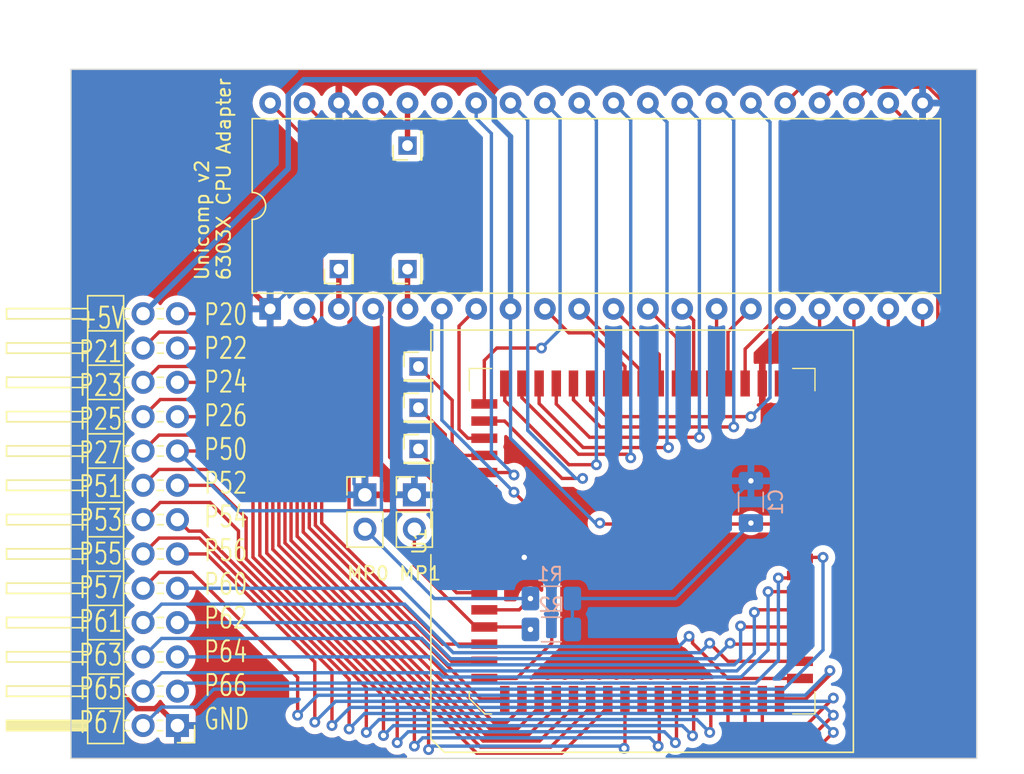
<source format=kicad_pcb>
(kicad_pcb (version 20240108) (generator "pcbnew") (generator_version "8.0")
  (layers (0 "F.Cu" signal) (31 "B.Cu" signal) (34 "B.Paste" user) (35 "F.Paste" user) (36 "B.SilkS" user "B.Silkscreen") (37 "F.SilkS" user "F.Silkscreen") (38 "B.Mask" user) (39 "F.Mask" user) (44 "Edge.Cuts" user))
  (net 0 "")
  (net 1 "+5V")
  (net 2 "GND")
  (net 3 "/P20")
  (net 4 "/P21")
  (net 5 "/P22")
  (net 6 "/~{NMI}")
  (net 7 "/~{IRQ1}")
  (net 8 "/~{RST}")
  (net 9 "/P23")
  (net 10 "/P24")
  (net 11 "/A15")
  (net 12 "/A14")
  (net 13 "/A13")
  (net 14 "/A12")
  (net 15 "/A11")
  (net 16 "/A10")
  (net 17 "/A9")
  (net 18 "/A8")
  (net 19 "/D7")
  (net 20 "/D6")
  (net 21 "/D5")
  (net 22 "/D4")
  (net 23 "/D3")
  (net 24 "/D2")
  (net 25 "/D1")
  (net 26 "/D0")
  (net 27 "/R{slash}~{W}")
  (net 28 "Net-(J6-Pin_1)")
  (net 29 "/A0")
  (net 30 "/A1")
  (net 31 "/A2")
  (net 32 "/A3")
  (net 33 "/A4")
  (net 34 "/A5")
  (net 35 "/A6")
  (net 36 "/A7")
  (net 37 "/PHI2")
  (net 38 "/CPUCLK")
  (net 39 "+5C")
  (net 40 "/MP0")
  (net 41 "/MP1")
  (net 43 "Net-(J3-Pin_1)")
  (net 44 "Net-(J4-Pin_1)")
  (net 45 "/~{HALT}")
  (net 48 "/BA")
  (net 49 "/P25")
  (net 50 "/P26")
  (net 51 "/P27")
  (net 54 "/P51")
  (net 55 "/P52")
  (net 56 "/P53")
  (net 57 "/P54")
  (net 58 "/P55")
  (net 59 "/P56")
  (net 60 "/P57")
  (net 61 "/P60")
  (net 62 "/P61")
  (net 63 "/P62")
  (net 64 "/P63")
  (net 65 "/P64")
  (net 66 "/P65")
  (net 67 "/P66")
  (net 68 "/P67")
  (net 69 "/~{LIR}")
  (net 70 "/~{WR}")
  (net 71 "/~{RD}")
  (footprint "Connector_PinHeader_2.54mm:PinHeader_1x02_P2.54mm_Vertical" (layer "F.Cu") (at 180.7464 66.4922)
    (property "Reference" "JP1" (hide yes))
    (property "Value" "Mode" (hide yes))
  )
  (footprint "Connector_PinHeader_2.00mm:PinHeader_1x01_P2.00mm_Vertical" (layer "F.Cu") (at 183.896 40.64 90)
    (property "Reference" "J4" (hide yes))
    (property "Value" ".")
  )
  (footprint "Package_DIP:DIP-40_W15.24mm" (layer "F.Cu") (at 173.736 52.7304 90)
    (property "Reference" "U3" (hide yes))
    (property "Value" "MC6802")
  )
  (footprint "Connector_PinHeader_2.54mm:PinHeader_2x13_P2.54mm_Horizontal" (layer "F.Cu") (at 166.878 83.566 180)
    (property "Reference" "J1" (hide yes))
    (property "Value" "Conn_02x13_Odd_Even" (hide yes))
  )
  (footprint "Connector_PinHeader_2.54mm:PinHeader_1x02_P2.54mm_Vertical" (layer "F.Cu") (at 184.404 66.4922)
    (property "Reference" "JP2" (hide yes))
    (property "Value" "Mode" (hide yes))
  )
  (footprint "Package_LCC:PLCC-68_SMD-Socket" (layer "F.Cu") (at 201.25 69.9225 90)
    (property "Reference" "U1")
    (property "Value" "HD6303XCP" (hide yes))
  )
  (footprint "Connector_PinHeader_2.00mm:PinHeader_1x01_P2.00mm_Vertical" (layer "F.Cu") (at 184.7088 56.9976)
    (property "Reference" "J7" (hide yes))
    (property "Value" ".")
  )
  (footprint "Connector_PinHeader_2.00mm:PinHeader_1x01_P2.00mm_Vertical" (layer "F.Cu") (at 183.896 49.784 90)
    (property "Reference" "J6" (hide yes))
    (property "Value" ".")
  )
  (footprint "Connector_PinHeader_2.00mm:PinHeader_1x01_P2.00mm_Vertical" (layer "F.Cu") (at 184.7088 60.0456)
    (property "Reference" "J9" (hide yes))
    (property "Value" ".")
  )
  (footprint "Connector_PinHeader_2.00mm:PinHeader_1x01_P2.00mm_Vertical" (layer "F.Cu") (at 184.7088 63.0936)
    (property "Reference" "J8" (hide yes))
    (property "Value" ".")
  )
  (footprint "Connector_PinHeader_2.00mm:PinHeader_1x01_P2.00mm_Vertical" (layer "F.Cu") (at 178.816 49.784 90)
    (property "Reference" "J3" (hide yes))
    (property "Value" ".")
  )
  (footprint "Capacitor_SMD:C_1206_3216Metric_Pad1.33x1.80mm_HandSolder" (layer "B.Cu") (at 209.296004 67.017495 90)
    (property "Reference" "C1")
    (property "Value" "100n")
  )
  (footprint "Resistor_SMD:R_1206_3216Metric_Pad1.30x1.75mm_HandSolder" (layer "B.Cu") (at 194.538 74.168 180)
    (property "Reference" "R1")
    (property "Value" "22k")
  )
  (footprint "Resistor_SMD:R_1206_3216Metric_Pad1.30x1.75mm_HandSolder" (layer "B.Cu") (at 194.538 76.454 180)
    (property "Reference" "R2")
    (property "Value" "22k")
  )
  (gr_rect (start 159 35) (end 226 86) (stroke (width 0.1)) (fill none) (layer "Edge.Cuts"))
  (gr_text "MP0 MP1\n" (at 179.324 72.898 0) (layer "F.SilkS") (effects (font (size 1 1)) (justify left bottom)))
  (gr_text "+5V\nP21\nP23\nP25\nP27\nP51\nP53\nP55\nP57\nP61\nP63\nP65\nP67" (at 159.5 84.25 0) (layer "F.SilkS") (effects (font (size 1.55 1.1)) (justify left bottom)))
  (gr_text "Unicomp v2\n6303X CPU Adapter" (at 170.8912 50.6984 90) (layer "F.SilkS") (effects (font (size 1 1)) (justify left bottom)))
  (gr_text "P20\nP22\nP24\nP26\nP50\nP52\nP54\nP56\nP60\nP62\nP64\nP66\nGND\n" (at 168.75 84 0) (layer "F.SilkS") (effects (font (size 1.55 1.1)) (justify left bottom)))
  (segment (start 198.1925 68.6525) (end 198.12 68.58) (width 0.25) (layer "F.Cu") (net 1))
  (segment (start 212.9225 68.6525) (end 198.1925 68.6525) (width 0.25) (layer "F.Cu") (net 1))
  (via (at 198.12 68.58) (size 0.8) (drill 0.4) (layers "F.Cu" "B.Cu") (net 1))
  (via (at 209.295995 68.580004) (size 0.8) (drill 0.4) (layers "F.Cu" "B.Cu") (net 1))
  (segment (start 190.316 38.7796) (end 191.516 39.9796) (width 0.4) (layer "B.Cu") (net 1))
  (segment (start 203.707999 74.168) (end 209.295995 68.580004) (width 0.25) (layer "B.Cu") (net 1))
  (segment (start 176.2252 35.7632) (end 188.945857 35.7632) (width 0.4) (layer "B.Cu") (net 1))
  (segment (start 164.338 53.086) (end 175.076 42.348) (width 0.4) (layer "B.Cu") (net 1))
  (segment (start 191.516 62.310016) (end 197.785984 68.58) (width 0.25) (layer "B.Cu") (net 1))
  (segment (start 190.316 37.133343) (end 190.316 38.7796) (width 0.4) (layer "B.Cu") (net 1))
  (segment (start 175.076 42.348) (end 175.076 36.9124) (width 0.4) (layer "B.Cu") (net 1))
  (segment (start 209.296004 68.579995) (end 209.295995 68.580004) (width 0.25) (layer "B.Cu") (net 1))
  (segment (start 175.076 36.9124) (end 176.2252 35.7632) (width 0.4) (layer "B.Cu") (net 1))
  (segment (start 188.945857 35.7632) (end 190.316 37.133343) (width 0.4) (layer "B.Cu") (net 1))
  (segment (start 196.088 76.454) (end 196.088 74.168) (width 0.25) (layer "B.Cu") (net 1))
  (segment (start 197.785984 68.58) (end 198.12 68.58) (width 0.25) (layer "B.Cu") (net 1))
  (segment (start 191.516 52.7304) (end 191.516 62.310016) (width 0.25) (layer "B.Cu") (net 1))
  (segment (start 196.088 74.168) (end 203.707999 74.168) (width 0.25) (layer "B.Cu") (net 1))
  (segment (start 191.516 39.9796) (end 191.516 52.7304) (width 0.4) (layer "B.Cu") (net 1))
  (segment (start 188.0325 71.1925) (end 186.69 69.85) (width 0.25) (layer "F.Cu") (net 2))
  (segment (start 186.69 67.31) (end 185.8722 66.4922) (width 0.25) (layer "F.Cu") (net 2))
  (segment (start 210.14 65.196) (end 209.881005 65.454995) (width 0.25) (layer "F.Cu") (net 2))
  (segment (start 163.860233 82.316) (end 165.628 82.316) (width 0.4) (layer "F.Cu") (net 2))
  (segment (start 186.69 69.85) (end 186.69 67.31) (width 0.25) (layer "F.Cu") (net 2))
  (segment (start 210.14 58.25) (end 210.14 65.196) (width 0.25) (layer "F.Cu") (net 2))
  (segment (start 165.628 82.316) (end 166.878 83.566) (width 0.4) (layer "F.Cu") (net 2))
  (segment (start 180.7464 66.4922) (end 184.404 66.4922) (width 0.25) (layer "F.Cu") (net 2))
  (segment (start 163.576 51.054) (end 162.306 52.324) (width 0.4) (layer "F.Cu") (net 2))
  (segment (start 185.8722 66.4922) (end 184.404 66.4922) (width 0.25) (layer "F.Cu") (net 2))
  (segment (start 192.4595 71.1925) (end 192.532 71.12) (width 0.25) (layer "F.Cu") (net 2))
  (segment (start 162.306 52.324) (end 162.306 80.761767) (width 0.4) (layer "F.Cu") (net 2))
  (segment (start 162.306 80.761767) (end 163.860233 82.316) (width 0.4) (layer "F.Cu") (net 2))
  (segment (start 172.0596 51.054) (end 163.576 51.054) (width 0.4) (layer "F.Cu") (net 2))
  (segment (start 173.736 52.7304) (end 172.0596 51.054) (width 0.4) (layer "F.Cu") (net 2))
  (segment (start 189.5775 71.1925) (end 188.0325 71.1925) (width 0.25) (layer "F.Cu") (net 2))
  (segment (start 209.881005 65.454995) (end 209.296004 65.454995) (width 0.25) (layer "F.Cu") (net 2))
  (segment (start 189.5775 71.1925) (end 192.4595 71.1925) (width 0.25) (layer "F.Cu") (net 2))
  (via (at 209.296004 65.454995) (size 0.8) (drill 0.4) (layers "F.Cu" "B.Cu") (net 2))
  (via (at 192.532 71.12) (size 0.8) (drill 0.4) (layers "F.Cu" "B.Cu") (net 2))
  (segment (start 179.941 65.6868) (end 180.7464 66.4922) (width 0.25) (layer "B.Cu") (net 2))
  (segment (start 179.941 38.6154) (end 179.941 65.6868) (width 0.25) (layer "B.Cu") (net 2))
  (segment (start 178.816 47.6504) (end 173.736 52.7304) (width 0.25) (layer "B.Cu") (net 2))
  (segment (start 178.816 37.4904) (end 179.941 38.6154) (width 0.25) (layer "B.Cu") (net 2))
  (segment (start 178.816 37.4904) (end 178.816 47.6504) (width 0.25) (layer "B.Cu") (net 2))
  (segment (start 192.532 71.12) (end 203.630999 71.12) (width 0.25) (layer "B.Cu") (net 2))
  (segment (start 203.630999 71.12) (end 209.296004 65.454995) (width 0.25) (layer "B.Cu") (net 2))
  (segment (start 166.878 53.086) (end 171.324396 53.086) (width 0.25) (layer "F.Cu") (net 3))
  (segment (start 176.632 68.936) (end 189.291 81.595) (width 0.25) (layer "F.Cu") (net 3))
  (segment (start 171.324396 53.086) (end 176.632 58.393604) (width 0.25) (layer "F.Cu") (net 3))
  (segment (start 189.291 81.595) (end 191.09 81.595) (width 0.25) (layer "F.Cu") (net 3))
  (segment (start 176.632 58.393604) (end 176.632 68.936) (width 0.25) (layer "F.Cu") (net 3))
  (segment (start 165.513 54.451) (end 172.053 54.451) (width 0.25) (layer "F.Cu") (net 4))
  (segment (start 176.182 58.58) (end 176.182 69.248) (width 0.25) (layer "F.Cu") (net 4))
  (segment (start 176.182 69.248) (end 190.296 83.362) (width 0.25) (layer "F.Cu") (net 4))
  (segment (start 172.053 54.451) (end 176.182 58.58) (width 0.25) (layer "F.Cu") (net 4))
  (segment (start 191.2055 83.362) (end 192.36 82.2075) (width 0.25) (layer "F.Cu") (net 4))
  (segment (start 192.36 82.2075) (end 192.36 81.595) (width 0.25) (layer "F.Cu") (net 4))
  (segment (start 164.338 55.626) (end 165.513 54.451) (width 0.25) (layer "F.Cu") (net 4))
  (segment (start 190.296 83.362) (end 191.2055 83.362) (width 0.25) (layer "F.Cu") (net 4))
  (segment (start 175.732 59.779604) (end 175.732 69.56) (width 0.25) (layer "F.Cu") (net 5))
  (segment (start 171.578396 55.626) (end 175.732 59.779604) (width 0.25) (layer "F.Cu") (net 5))
  (segment (start 166.878 55.626) (end 171.578396 55.626) (width 0.25) (layer "F.Cu") (net 5))
  (segment (start 175.732 69.56) (end 189.984 83.812) (width 0.25) (layer "F.Cu") (net 5))
  (segment (start 192.0255 83.812) (end 193.63 82.2075) (width 0.25) (layer "F.Cu") (net 5))
  (segment (start 193.63 82.2075) (end 193.63 81.595) (width 0.25) (layer "F.Cu") (net 5))
  (segment (start 189.984 83.812) (end 192.0255 83.812) (width 0.25) (layer "F.Cu") (net 5))
  (segment (start 189.5775 80.0825) (end 191.9515 80.0825) (width 0.25) (layer "F.Cu") (net 6))
  (segment (start 194.564 69.088004) (end 191.769996 66.294) (width 0.25) (layer "F.Cu") (net 6))
  (segment (start 194.564 77.47) (end 194.564 69.088004) (width 0.25) (layer "F.Cu") (net 6))
  (segment (start 191.9515 80.0825) (end 194.564 77.47) (width 0.25) (layer "F.Cu") (net 6))
  (via (at 191.769996 66.294) (size 0.8) (drill 0.4) (layers "F.Cu" "B.Cu") (net 6))
  (segment (start 186.436 60.960004) (end 191.769996 66.294) (width 0.25) (layer "B.Cu") (net 6))
  (segment (start 186.436 52.7304) (end 186.436 60.960004) (width 0.25) (layer "B.Cu") (net 6))
  (segment (start 172.974 70.983228) (end 184.404 82.413228) (width 0.25) (layer "F.Cu") (net 7))
  (segment (start 172.466 63.246) (end 172.974 63.754) (width 0.25) (layer "F.Cu") (net 7))
  (segment (start 184.404 82.413228) (end 184.404 85.09) (width 0.25) (layer "F.Cu") (net 7))
  (segment (start 202.438 85.09) (end 202.52 85.008) (width 0.25) (layer "F.Cu") (net 7))
  (segment (start 202.52 85.008) (end 202.52 81.595) (width 0.25) (layer "F.Cu") (net 7))
  (segment (start 166.878 63.246) (end 172.466 63.246) (width 0.25) (layer "F.Cu") (net 7))
  (segment (start 172.974 63.754) (end 172.974 70.983228) (width 0.25) (layer "F.Cu") (net 7))
  (via (at 184.404 85.09) (size 0.8) (drill 0.4) (layers "F.Cu" "B.Cu") (net 7))
  (via (at 202.438 85.09) (size 0.8) (drill 0.4) (layers "F.Cu" "B.Cu") (net 7))
  (segment (start 201.822 84.474) (end 185.02 84.474) (width 0.25) (layer "B.Cu") (net 7))
  (segment (start 171.2992 67.6672) (end 181.9214 67.6672) (width 0.25) (layer "B.Cu") (net 7))
  (segment (start 166.878 63.246) (end 171.2992 67.6672) (width 0.25) (layer "B.Cu") (net 7))
  (segment (start 181.9214 67.6672) (end 181.9656 67.623) (width 0.25) (layer "B.Cu") (net 7))
  (segment (start 181.9656 67.623) (end 181.9656 53.34) (width 0.25) (layer "B.Cu") (net 7))
  (segment (start 181.9656 53.34) (end 181.356 52.7304) (width 0.25) (layer "B.Cu") (net 7))
  (segment (start 202.438 85.09) (end 201.822 84.474) (width 0.25) (layer "B.Cu") (net 7))
  (segment (start 185.02 84.474) (end 184.404 85.09) (width 0.25) (layer "B.Cu") (net 7))
  (segment (start 189.5775 77.5425) (end 186.511292 77.5425) (width 0.25) (layer "F.Cu") (net 8))
  (segment (start 186.511292 77.5425) (end 177.546 68.577208) (width 0.25) (layer "F.Cu") (net 8))
  (segment (start 177.546 68.577208) (end 177.546 41.3004) (width 0.25) (layer "F.Cu") (net 8))
  (segment (start 177.546 41.3004) (end 173.736 37.4904) (width 0.25) (layer "F.Cu") (net 8))
  (segment (start 194.9 82.2075) (end 194.9 81.595) (width 0.25) (layer "F.Cu") (net 9))
  (segment (start 164.338 58.166) (end 165.513 56.991) (width 0.25) (layer "F.Cu") (net 9))
  (segment (start 175.282 59.966) (end 175.282 69.869208) (width 0.25) (layer "F.Cu") (net 9))
  (segment (start 172.307 56.991) (end 175.282 59.966) (width 0.25) (layer "F.Cu") (net 9))
  (segment (start 192.8455 84.262) (end 194.9 82.2075) (width 0.25) (layer "F.Cu") (net 9))
  (segment (start 165.513 56.991) (end 172.307 56.991) (width 0.25) (layer "F.Cu") (net 9))
  (segment (start 175.282 69.869208) (end 189.674792 84.262) (width 0.25) (layer "F.Cu") (net 9))
  (segment (start 189.674792 84.262) (end 192.8455 84.262) (width 0.25) (layer "F.Cu") (net 9))
  (segment (start 166.878 58.166) (end 171.832396 58.166) (width 0.25) (layer "F.Cu") (net 10))
  (segment (start 196.17 82.2075) (end 196.17 81.595) (width 0.25) (layer "F.Cu") (net 10))
  (segment (start 189.488396 84.712) (end 193.6655 84.712) (width 0.25) (layer "F.Cu") (net 10))
  (segment (start 171.832396 58.166) (end 174.832 61.165604) (width 0.25) (layer "F.Cu") (net 10))
  (segment (start 174.832 61.165604) (end 174.832 70.055604) (width 0.25) (layer "F.Cu") (net 10))
  (segment (start 174.832 70.055604) (end 189.488396 84.712) (width 0.25) (layer "F.Cu") (net 10))
  (segment (start 193.6655 84.712) (end 196.17 82.2075) (width 0.25) (layer "F.Cu") (net 10))
  (segment (start 213.9188 35.4076) (end 211.836 37.4904) (width 0.25) (layer "F.Cu") (net 11))
  (segment (start 212.9225 67.3825) (end 214.1175 67.3825) (width 0.25) (layer "F.Cu") (net 11))
  (segment (start 224.1296 35.4076) (end 213.9188 35.4076) (width 0.25) (layer "F.Cu") (net 11))
  (segment (start 225.044 36.322) (end 224.1296 35.4076) (width 0.25) (layer "F.Cu") (net 11))
  (segment (start 225.044 56.456) (end 225.044 36.322) (width 0.25) (layer "F.Cu") (net 11))
  (segment (start 214.1175 67.3825) (end 225.044 56.456) (width 0.25) (layer "F.Cu") (net 11))
  (segment (start 224.536 37.084) (end 224.536 55.7115) (width 0.25) (layer "F.Cu") (net 12))
  (segment (start 216.0088 35.8576) (end 223.3096 35.8576) (width 0.25) (layer "F.Cu") (net 12))
  (segment (start 224.536 55.7115) (end 214.135 66.1125) (width 0.25) (layer "F.Cu") (net 12))
  (segment (start 214.135 66.1125) (end 212.9225 66.1125) (width 0.25) (layer "F.Cu") (net 12))
  (segment (start 214.376 37.4904) (end 216.0088 35.8576) (width 0.25) (layer "F.Cu") (net 12))
  (segment (start 223.3096 35.8576) (end 224.536 37.084) (width 0.25) (layer "F.Cu") (net 12))
  (segment (start 224.086 55.164) (end 214.4075 64.8425) (width 0.25) (layer "F.Cu") (net 13))
  (segment (start 224.086 37.989409) (end 224.086 55.164) (width 0.25) (layer "F.Cu") (net 13))
  (segment (start 218.0844 36.322) (end 222.418591 36.322) (width 0.25) (layer "F.Cu") (net 13))
  (segment (start 216.916 37.4904) (end 218.0844 36.322) (width 0.25) (layer "F.Cu") (net 13))
  (segment (start 222.418591 36.322) (end 224.086 37.989409) (width 0.25) (layer "F.Cu") (net 13))
  (segment (start 214.4075 64.8425) (end 212.9225 64.8425) (width 0.25) (layer "F.Cu") (net 13))
  (segment (start 223.121 41.1554) (end 219.456 37.4904) (width 0.25) (layer "F.Cu") (net 14))
  (segment (start 214.6775 63.5725) (end 223.121 55.129) (width 0.25) (layer "F.Cu") (net 14))
  (segment (start 223.121 55.129) (end 223.121 41.1554) (width 0.25) (layer "F.Cu") (net 14))
  (segment (start 212.9225 63.5725) (end 214.6775 63.5725) (width 0.25) (layer "F.Cu") (net 14))
  (segment (start 221.996 54.864) (end 214.5575 62.3025) (width 0.25) (layer "F.Cu") (net 15))
  (segment (start 221.996 52.7304) (end 221.996 54.864) (width 0.25) (layer "F.Cu") (net 15))
  (segment (start 214.5575 62.3025) (end 212.9225 62.3025) (width 0.25) (layer "F.Cu") (net 15))
  (segment (start 212.9225 61.0325) (end 214.8115 61.0325) (width 0.25) (layer "F.Cu") (net 16))
  (segment (start 219.456 56.388) (end 219.456 52.7304) (width 0.25) (layer "F.Cu") (net 16))
  (segment (start 214.8115 61.0325) (end 219.456 56.388) (width 0.25) (layer "F.Cu") (net 16))
  (segment (start 214.0495 59.7625) (end 216.916 56.896) (width 0.25) (layer "F.Cu") (net 17))
  (segment (start 212.9225 59.7625) (end 214.0495 59.7625) (width 0.25) (layer "F.Cu") (net 17))
  (segment (start 216.916 56.896) (end 216.916 52.7304) (width 0.25) (layer "F.Cu") (net 17))
  (segment (start 214.376 52.7304) (end 214.376 55.284) (width 0.25) (layer "F.Cu") (net 18))
  (segment (start 214.376 55.284) (end 211.41 58.25) (width 0.25) (layer "F.Cu") (net 18))
  (segment (start 197.44 58.25) (end 197.44 59.518) (width 0.25) (layer "F.Cu") (net 19))
  (segment (start 197.44 59.518) (end 198.628 60.706) (width 0.25) (layer "F.Cu") (net 19))
  (segment (start 198.628 60.706) (end 209.296 60.706) (width 0.25) (layer "F.Cu") (net 19))
  (via (at 209.296 60.706) (size 0.8) (drill 0.4) (layers "F.Cu" "B.Cu") (net 19))
  (segment (start 210.711 38.9054) (end 209.296 37.4904) (width 0.25) (layer "B.Cu") (net 19))
  (segment (start 209.296 60.706) (end 210.711 59.291) (width 0.25) (layer "B.Cu") (net 19))
  (segment (start 210.711 59.291) (end 210.711 38.9054) (width 0.25) (layer "B.Cu") (net 19))
  (segment (start 196.17 59.4625) (end 198.1755 61.468) (width 0.25) (layer "F.Cu") (net 20))
  (segment (start 198.1755 61.468) (end 208.026 61.468) (width 0.25) (layer "F.Cu") (net 20))
  (segment (start 196.17 58.25) (end 196.17 59.4625) (width 0.25) (layer "F.Cu") (net 20))
  (via (at 208.026 61.468) (size 0.8) (drill 0.4) (layers "F.Cu" "B.Cu") (net 20))
  (segment (start 206.756 37.4904) (end 208.026 38.7604) (width 0.25) (layer "B.Cu") (net 20))
  (segment (start 208.026 38.7604) (end 208.026 61.468) (width 0.25) (layer "B.Cu") (net 20))
  (segment (start 194.9 59.772) (end 197.357996 62.229996) (width 0.25) (layer "F.Cu") (net 21))
  (segment (start 194.9 58.25) (end 194.9 59.772) (width 0.25) (layer "F.Cu") (net 21))
  (segment (start 197.357996 62.229996) (end 205.486 62.229996) (width 0.25) (layer "F.Cu") (net 21))
  (via (at 205.486 62.229996) (size 0.8) (drill 0.4) (layers "F.Cu" "B.Cu") (net 21))
  (segment (start 205.486 38.7604) (end 205.486 62.229996) (width 0.25) (layer "B.Cu") (net 21))
  (segment (start 204.216 37.4904) (end 205.486 38.7604) (width 0.25) (layer "B.Cu") (net 21))
  (segment (start 196.890941 62.992) (end 203.2 62.992) (width 0.25) (layer "F.Cu") (net 22))
  (segment (start 193.63 59.731059) (end 196.890941 62.992) (width 0.25) (layer "F.Cu") (net 22))
  (segment (start 193.63 58.25) (end 193.63 59.731059) (width 0.25) (layer "F.Cu") (net 22))
  (via (at 203.2 62.992) (size 0.8) (drill 0.4) (layers "F.Cu" "B.Cu") (net 22))
  (segment (start 203.2 62.992) (end 203.091 62.883) (width 0.25) (layer "B.Cu") (net 22))
  (segment (start 203.091 62.883) (end 203.091 38.9054) (width 0.25) (layer "B.Cu") (net 22))
  (segment (start 203.091 38.9054) (end 201.676 37.4904) (width 0.25) (layer "B.Cu") (net 22))
  (segment (start 200.138992 63.487) (end 200.406 63.754008) (width 0.25) (layer "F.Cu") (net 23))
  (segment (start 196.537412 63.487) (end 200.138992 63.487) (width 0.25) (layer "F.Cu") (net 23))
  (segment (start 192.36 59.309588) (end 196.537412 63.487) (width 0.25) (layer "F.Cu") (net 23))
  (segment (start 192.36 58.25) (end 192.36 59.309588) (width 0.25) (layer "F.Cu") (net 23))
  (via (at 200.406 63.754008) (size 0.8) (drill 0.4) (layers "F.Cu" "B.Cu") (net 23))
  (segment (start 200.406 38.7604) (end 200.406 63.754008) (width 0.25) (layer "B.Cu") (net 23))
  (segment (start 199.136 37.4904) (end 200.406 38.7604) (width 0.25) (layer "B.Cu") (net 23))
  (segment (start 191.09 59.518) (end 195.834 64.262) (width 0.25) (layer "F.Cu") (net 24))
  (segment (start 191.09 58.25) (end 191.09 59.518) (width 0.25) (layer "F.Cu") (net 24))
  (segment (start 195.834 64.262) (end 197.866008 64.262) (width 0.25) (layer "F.Cu") (net 24))
  (via (at 197.866008 64.262) (size 0.8) (drill 0.4) (layers "F.Cu" "B.Cu") (net 24))
  (segment (start 196.596 37.4904) (end 197.866008 38.760408) (width 0.25) (layer "B.Cu") (net 24))
  (segment (start 197.866008 38.760408) (end 197.866008 64.262) (width 0.25) (layer "B.Cu") (net 24))
  (segment (start 190.5 55.626) (end 189.5775 56.5485) (width 0.25) (layer "F.Cu") (net 25))
  (segment (start 193.802 55.626) (end 190.5 55.626) (width 0.25) (layer "F.Cu") (net 25))
  (segment (start 189.5775 56.5485) (end 189.5775 59.7625) (width 0.25) (layer "F.Cu") (net 25))
  (via (at 193.802 55.626) (size 0.8) (drill 0.4) (layers "F.Cu" "B.Cu") (net 25))
  (segment (start 194.056 37.4904) (end 195.181 38.6154) (width 0.25) (layer "B.Cu") (net 25))
  (segment (start 195.181 54.247) (end 193.802 55.626) (width 0.25) (layer "B.Cu") (net 25))
  (segment (start 195.181 38.6154) (end 195.181 54.247) (width 0.25) (layer "B.Cu") (net 25))
  (segment (start 191.0805 61.0325) (end 195.326 65.278) (width 0.25) (layer "F.Cu") (net 26))
  (segment (start 189.5775 61.0325) (end 191.0805 61.0325) (width 0.25) (layer "F.Cu") (net 26))
  (segment (start 195.326 65.278) (end 196.85 65.278) (width 0.25) (layer "F.Cu") (net 26))
  (via (at 196.85 65.278) (size 0.8) (drill 0.4) (layers "F.Cu" "B.Cu") (net 26))
  (segment (start 192.786 61.722) (end 196.342 65.278) (width 0.25) (layer "B.Cu") (net 26))
  (segment (start 192.786 38.7604) (end 192.786 61.722) (width 0.25) (layer "B.Cu") (net 26))
  (segment (start 191.516 37.4904) (end 192.786 38.7604) (width 0.25) (layer "B.Cu") (net 26))
  (segment (start 196.342 65.278) (end 196.85 65.278) (width 0.25) (layer "B.Cu") (net 26))
  (segment (start 189.5775 64.8425) (end 191.5885 64.8425) (width 0.25) (layer "F.Cu") (net 27))
  (segment (start 191.5885 64.8425) (end 191.77 65.024) (width 0.25) (layer "F.Cu") (net 27))
  (via (at 191.77 65.024) (size 0.8) (drill 0.4) (layers "F.Cu" "B.Cu") (net 27))
  (segment (start 188.976 38.62177) (end 190.101 39.74677) (width 0.25) (layer "B.Cu") (net 27))
  (segment (start 190.101 39.74677) (end 190.101 63.355) (width 0.25) (layer "B.Cu") (net 27))
  (segment (start 188.976 37.4904) (end 188.976 38.62177) (width 0.25) (layer "B.Cu") (net 27))
  (segment (start 190.101 63.355) (end 191.77 65.024) (width 0.25) (layer "B.Cu") (net 27))
  (segment (start 183.896 49.784) (end 183.896 52.7304) (width 0.4) (layer "F.Cu") (net 28))
  (segment (start 195.8256 54.5) (end 197.5 54.5) (width 0.25) (layer "F.Cu") (net 29))
  (segment (start 197.5 54.5) (end 199.98 56.98) (width 0.25) (layer "F.Cu") (net 29))
  (segment (start 194.056 52.7304) (end 195.8256 54.5) (width 0.25) (layer "F.Cu") (net 29))
  (segment (start 199.98 56.98) (end 199.98 58.25) (width 0.25) (layer "F.Cu") (net 29))
  (segment (start 196.596 52.7304) (end 201.25 57.3844) (width 0.25) (layer "F.Cu") (net 30))
  (segment (start 201.25 57.3844) (end 201.25 58.25) (width 0.25) (layer "F.Cu") (net 30))
  (segment (start 202.52 56.1144) (end 202.52 58.25) (width 0.25) (layer "F.Cu") (net 31))
  (segment (start 199.136 52.7304) (end 202.52 56.1144) (width 0.25) (layer "F.Cu") (net 31))
  (segment (start 203.79 54.8444) (end 203.79 58.25) (width 0.25) (layer "F.Cu") (net 32))
  (segment (start 201.676 52.7304) (end 203.79 54.8444) (width 0.25) (layer "F.Cu") (net 32))
  (segment (start 205.06 53.5744) (end 205.06 58.25) (width 0.25) (layer "F.Cu") (net 33))
  (segment (start 204.216 52.7304) (end 205.06 53.5744) (width 0.25) (layer "F.Cu") (net 33))
  (segment (start 206.756 54.994) (end 206.33 55.42) (width 0.25) (layer "F.Cu") (net 34))
  (segment (start 206.33 55.42) (end 206.33 58.25) (width 0.25) (layer "F.Cu") (net 34))
  (segment (start 206.756 52.7304) (end 206.756 54.994) (width 0.25) (layer "F.Cu") (net 34))
  (segment (start 209.296 52.7304) (end 207.6 54.4264) (width 0.25) (layer "F.Cu") (net 35))
  (segment (start 207.6 54.4264) (end 207.6 58.25) (width 0.25) (layer "F.Cu") (net 35))
  (segment (start 208.87 55.6964) (end 208.87 58.25) (width 0.25) (layer "F.Cu") (net 36))
  (segment (start 211.836 52.7304) (end 208.87 55.6964) (width 0.25) (layer "F.Cu") (net 36))
  (segment (start 189.5775 68.6525) (end 188.965 68.6525) (width 0.25) (layer "F.Cu") (net 37))
  (segment (start 185.0825 64.77) (end 183.642 64.77) (width 0.25) (layer "F.Cu") (net 37))
  (segment (start 182.5752 38.7096) (end 181.356 37.4904) (width 0.25) (layer "F.Cu") (net 37))
  (segment (start 182.5752 63.7032) (end 182.5752 38.7096) (width 0.25) (layer "F.Cu") (net 37))
  (segment (start 188.965 68.6525) (end 185.0825 64.77) (width 0.25) (layer "F.Cu") (net 37))
  (segment (start 183.642 64.77) (end 182.5752 63.7032) (width 0.25) (layer "F.Cu") (net 37))
  (segment (start 186.182 72.39) (end 187.5245 73.7325) (width 0.25) (layer "F.Cu") (net 38))
  (segment (start 179.9844 41.1988) (end 176.276 37.4904) (width 0.25) (layer "F.Cu") (net 38))
  (segment (start 186.182 68.2718) (end 186.182 72.39) (width 0.25) (layer "F.Cu") (net 38))
  (segment (start 185.5774 67.6672) (end 179.732 67.6672) (width 0.25) (layer "F.Cu") (net 38))
  (segment (start 179.5714 53.7022) (end 179.9844 53.2892) (width 0.25) (layer "F.Cu") (net 38))
  (segment (start 185.5774 67.6672) (end 186.182 68.2718) (width 0.25) (layer "F.Cu") (net 38))
  (segment (start 187.5245 73.7325) (end 189.5775 73.7325) (width 0.25) (layer "F.Cu") (net 38))
  (segment (start 179.5714 67.5066) (end 179.5714 53.7022) (width 0.25) (layer "F.Cu") (net 38))
  (segment (start 179.732 67.6672) (end 179.5714 67.5066) (width 0.25) (layer "F.Cu") (net 38))
  (segment (start 179.9844 53.2892) (end 179.9844 41.1988) (width 0.25) (layer "F.Cu") (net 38))
  (segment (start 189.5775 75.0025) (end 192.1535 75.0025) (width 0.25) (layer "F.Cu") (net 40))
  (segment (start 192.1535 75.0025) (end 192.988 74.168) (width 0.25) (layer "F.Cu") (net 40))
  (via (at 192.988 74.168) (size 0.8) (drill 0.4) (layers "F.Cu" "B.Cu") (net 40))
  (segment (start 180.7464 69.0322) (end 185.8822 74.168) (width 0.25) (layer "B.Cu") (net 40))
  (segment (start 185.8822 74.168) (end 192.988 74.168) (width 0.25) (layer "B.Cu") (net 40))
  (segment (start 189.5775 76.2725) (end 192.8065 76.2725) (width 0.25) (layer "F.Cu") (net 41))
  (segment (start 192.8065 76.2725) (end 192.988 76.454) (width 0.25) (layer "F.Cu") (net 41))
  (segment (start 189.5775 76.2725) (end 188.965 76.2725) (width 0.25) (layer "F.Cu") (net 41))
  (segment (start 188.965 76.2725) (end 184.404 71.7115) (width 0.25) (layer "F.Cu") (net 41))
  (segment (start 184.404 71.7115) (end 184.404 69.0322) (width 0.25) (layer "F.Cu") (net 41))
  (via (at 192.988 76.454) (size 0.8) (drill 0.4) (layers "F.Cu" "B.Cu") (net 41))
  (segment (start 178.816 49.784) (end 178.816 52.7304) (width 0.4) (layer "F.Cu") (net 43))
  (segment (start 183.896 37.4904) (end 183.896 40.64) (width 0.4) (layer "F.Cu") (net 44))
  (segment (start 177.082 68.749604) (end 177.082 53.5364) (width 0.25) (layer "F.Cu") (net 45))
  (segment (start 189.5775 78.8125) (end 187.144896 78.8125) (width 0.25) (layer "F.Cu") (net 45))
  (segment (start 177.082 53.5364) (end 176.276 52.7304) (width 0.25) (layer "F.Cu") (net 45))
  (segment (start 187.144896 78.8125) (end 177.082 68.749604) (width 0.25) (layer "F.Cu") (net 45))
  (segment (start 188.365 62.3025) (end 187.706 61.6435) (width 0.25) (layer "F.Cu") (net 48))
  (segment (start 189.5775 62.3025) (end 188.365 62.3025) (width 0.25) (layer "F.Cu") (net 48))
  (segment (start 187.706 61.6435) (end 187.706 54.0004) (width 0.25) (layer "F.Cu") (net 48))
  (segment (start 187.706 54.0004) (end 188.976 52.7304) (width 0.25) (layer "F.Cu") (net 48))
  (segment (start 197.44 82.2075) (end 197.44 81.595) (width 0.25) (layer "F.Cu") (net 49))
  (segment (start 189.302 85.162) (end 194.4855 85.162) (width 0.25) (layer "F.Cu") (net 49))
  (segment (start 164.338 60.706) (end 165.608 59.436) (width 0.25) (layer "F.Cu") (net 49))
  (segment (start 172.466 59.436) (end 174.382 61.352) (width 0.25) (layer "F.Cu") (net 49))
  (segment (start 174.382 70.242) (end 189.302 85.162) (width 0.25) (layer "F.Cu") (net 49))
  (segment (start 194.4855 85.162) (end 197.44 82.2075) (width 0.25) (layer "F.Cu") (net 49))
  (segment (start 165.608 59.436) (end 172.466 59.436) (width 0.25) (layer "F.Cu") (net 49))
  (segment (start 174.382 61.352) (end 174.382 70.242) (width 0.25) (layer "F.Cu") (net 49))
  (segment (start 173.932 62.805604) (end 173.932 70.529208) (width 0.25) (layer "F.Cu") (net 50))
  (segment (start 195.3055 85.612) (end 198.71 82.2075) (width 0.25) (layer "F.Cu") (net 50))
  (segment (start 189.014792 85.612) (end 195.3055 85.612) (width 0.25) (layer "F.Cu") (net 50))
  (segment (start 171.832396 60.706) (end 173.932 62.805604) (width 0.25) (layer "F.Cu") (net 50))
  (segment (start 173.932 70.529208) (end 189.014792 85.612) (width 0.25) (layer "F.Cu") (net 50))
  (segment (start 166.878 60.706) (end 171.832396 60.706) (width 0.25) (layer "F.Cu") (net 50))
  (segment (start 198.71 82.2075) (end 198.71 81.595) (width 0.25) (layer "F.Cu") (net 50))
  (segment (start 173.482 62.992) (end 173.482 70.80599) (width 0.25) (layer "F.Cu") (net 51))
  (segment (start 185.454003 82.777993) (end 185.454003 85.344) (width 0.25) (layer "F.Cu") (net 51))
  (segment (start 173.482 70.80599) (end 185.454003 82.777993) (width 0.25) (layer "F.Cu") (net 51))
  (segment (start 172.561 62.071) (end 173.482 62.992) (width 0.25) (layer "F.Cu") (net 51))
  (segment (start 165.513 62.071) (end 172.561 62.071) (width 0.25) (layer "F.Cu") (net 51))
  (segment (start 199.98 85.188272) (end 199.919272 85.249) (width 0.25) (layer "F.Cu") (net 51))
  (segment (start 199.98 81.595) (end 199.98 85.188272) (width 0.25) (layer "F.Cu") (net 51))
  (segment (start 164.338 63.246) (end 165.513 62.071) (width 0.25) (layer "F.Cu") (net 51))
  (via (at 185.454003 85.344) (size 0.8) (drill 0.4) (layers "F.Cu" "B.Cu") (net 51))
  (via (at 199.919272 85.249) (size 0.8) (drill 0.4) (layers "F.Cu" "B.Cu") (net 51))
  (segment (start 199.760272 85.09) (end 185.708003 85.09) (width 0.25) (layer "B.Cu") (net 51))
  (segment (start 185.708003 85.09) (end 185.454003 85.344) (width 0.25) (layer "B.Cu") (net 51))
  (segment (start 199.919272 85.249) (end 199.760272 85.09) (width 0.25) (layer "B.Cu") (net 51))
  (segment (start 171.799 64.611) (end 172.466 65.278) (width 0.25) (layer "F.Cu") (net 54))
  (segment (start 172.466 71.111624) (end 182.122188 80.767812) (width 0.25) (layer "F.Cu") (net 54))
  (segment (start 182.122188 80.767812) (end 183.134 81.779624) (width 0.25) (layer "F.Cu") (net 54))
  (segment (start 172.466 65.278) (end 172.466 71.111624) (width 0.25) (layer "F.Cu") (net 54))
  (segment (start 164.338 65.786) (end 165.513 64.611) (width 0.25) (layer "F.Cu") (net 54))
  (segment (start 183.134 81.779624) (end 183.134 84.836) (width 0.25) (layer "F.Cu") (net 54))
  (segment (start 203.79 84.754) (end 203.79 81.595) (width 0.25) (layer "F.Cu") (net 54))
  (segment (start 203.708 84.836) (end 203.79 84.754) (width 0.25) (layer "F.Cu") (net 54))
  (segment (start 165.513 64.611) (end 171.799 64.611) (width 0.25) (layer "F.Cu") (net 54))
  (via (at 183.134 84.836) (size 0.8) (drill 0.4) (layers "F.Cu" "B.Cu") (net 54))
  (via (at 203.708 84.836) (size 0.8) (drill 0.4) (layers "F.Cu" "B.Cu") (net 54))
  (segment (start 202.896 84.024) (end 203.708 84.836) (width 0.25) (layer "B.Cu") (net 54))
  (segment (start 183.946 84.024) (end 202.896 84.024) (width 0.25) (layer "B.Cu") (net 54))
  (segment (start 183.134 84.836) (end 183.946 84.024) (width 0.25) (layer "B.Cu") (net 54))
  (segment (start 171.958 71.24002) (end 182.118 81.40002) (width 0.25) (layer "F.Cu") (net 55))
  (segment (start 205.06 84.246) (end 205.06 81.595) (width 0.25) (layer "F.Cu") (net 55))
  (segment (start 169.546396 65.786) (end 171.958 68.197604) (width 0.25) (layer "F.Cu") (net 55))
  (segment (start 171.958 68.197604) (end 171.958 71.24002) (width 0.25) (layer "F.Cu") (net 55))
  (segment (start 182.118 81.40002) (end 182.118 84.305) (width 0.25) (layer "F.Cu") (net 55))
  (segment (start 204.978 84.328) (end 205.06 84.246) (width 0.25) (layer "F.Cu") (net 55))
  (segment (start 166.878 65.786) (end 169.546396 65.786) (width 0.25) (layer "F.Cu") (net 55))
  (via (at 182.118 84.305) (size 0.8) (drill 0.4) (layers "F.Cu" "B.Cu") (net 55))
  (via (at 204.978 84.328) (size 0.8) (drill 0.4) (layers "F.Cu" "B.Cu") (net 55))
  (segment (start 182.849 83.574) (end 182.118 84.305) (width 0.25) (layer "B.Cu") (net 55))
  (segment (start 204.224 83.574) (end 182.849 83.574) (width 0.25) (layer "B.Cu") (net 55))
  (segment (start 204.978 84.328) (end 204.224 83.574) (width 0.25) (layer "B.Cu") (net 55))
  (segment (start 206.33 83.992) (end 206.33 81.595) (width 0.25) (layer "F.Cu") (net 56))
  (segment (start 169.292396 67.056) (end 171.392 69.155604) (width 0.25) (layer "F.Cu") (net 56))
  (segment (start 171.392 69.155604) (end 171.392 71.310416) (width 0.25) (layer "F.Cu") (net 56))
  (segment (start 206.248 84.074) (end 206.33 83.992) (width 0.25) (layer "F.Cu") (net 56))
  (segment (start 180.848 80.766416) (end 180.848 84.074) (width 0.25) (layer "F.Cu") (net 56))
  (segment (start 164.338 68.326) (end 165.608 67.056) (width 0.25) (layer "F.Cu") (net 56))
  (segment (start 165.608 67.056) (end 169.292396 67.056) (width 0.25) (layer "F.Cu") (net 56))
  (segment (start 171.392 71.310416) (end 180.342792 80.261208) (width 0.25) (layer "F.Cu") (net 56))
  (segment (start 180.342792 80.261208) (end 180.848 80.766416) (width 0.25) (layer "F.Cu") (net 56))
  (via (at 206.248 84.074) (size 0.8) (drill 0.4) (layers "F.Cu" "B.Cu") (net 56))
  (via (at 180.848 84.074) (size 0.8) (drill 0.4) (layers "F.Cu" "B.Cu") (net 56))
  (segment (start 180.848 84.074) (end 181.798 83.124) (width 0.25) (layer "B.Cu") (net 56))
  (segment (start 181.798 83.124) (end 205.298 83.124) (width 0.25) (layer "B.Cu") (net 56))
  (segment (start 205.298 83.124) (end 206.248 84.074) (width 0.25) (layer "B.Cu") (net 56))
  (segment (start 214.122 85.344) (end 208.788 85.344) (width 0.25) (layer "F.Cu") (net 57))
  (segment (start 167.728 69.176) (end 168.621188 69.176) (width 0.25) (layer "F.Cu") (net 57))
  (segment (start 215.392 84.074) (end 214.122 85.344) (width 0.25) (layer "F.Cu") (net 57))
  (segment (start 168.621188 69.176) (end 179.578 80.132812) (width 0.25) (layer "F.Cu") (net 57))
  (segment (start 208.788 85.344) (end 207.6 84.156) (width 0.25) (layer "F.Cu") (net 57))
  (segment (start 166.878 68.326) (end 167.728 69.176) (width 0.25) (layer "F.Cu") (net 57))
  (segment (start 179.578 80.132812) (end 179.578 83.82) (width 0.25) (layer "F.Cu") (net 57))
  (segment (start 207.6 84.156) (end 207.6 81.595) (width 0.25) (layer "F.Cu") (net 57))
  (via (at 179.578 83.82) (size 0.8) (drill 0.4) (layers "F.Cu" "B.Cu") (net 57))
  (via (at 215.392 84.074) (size 0.8) (drill 0.4) (layers "F.Cu" "B.Cu") (net 57))
  (segment (start 215.392 84.074) (end 213.992 82.674) (width 0.25) (layer "B.Cu") (net 57))
  (segment (start 180.724 82.674) (end 179.578 83.82) (width 0.25) (layer "B.Cu") (net 57))
  (segment (start 213.992 82.674) (end 180.724 82.674) (width 0.25) (layer "B.Cu") (net 57))
  (segment (start 213.36 84.836) (end 209.804 84.836) (width 0.25) (layer "F.Cu") (net 58))
  (segment (start 178.308 79.499208) (end 178.308 83.566) (width 0.25) (layer "F.Cu") (net 58))
  (segment (start 215.392 82.804) (end 213.36 84.836) (width 0.25) (layer "F.Cu") (net 58))
  (segment (start 168.499792 69.691) (end 178.308 79.499208) (width 0.25) (layer "F.Cu") (net 58))
  (segment (start 165.513 69.691) (end 168.499792 69.691) (width 0.25) (layer "F.Cu") (net 58))
  (segment (start 209.804 84.836) (end 208.87 83.902) (width 0.25) (layer "F.Cu") (net 58))
  (segment (start 208.87 83.902) (end 208.87 81.595) (width 0.25) (layer "F.Cu") (net 58))
  (segment (start 164.338 70.866) (end 165.513 69.691) (width 0.25) (layer "F.Cu") (net 58))
  (via (at 178.308 83.566) (size 0.8) (drill 0.4) (layers "F.Cu" "B.Cu") (net 58))
  (via (at 215.392 82.804) (size 0.8) (drill 0.4) (layers "F.Cu" "B.Cu") (net 58))
  (segment (start 214.812 82.224) (end 179.65 82.224) (width 0.25) (layer "B.Cu") (net 58))
  (segment (start 179.65 82.224) (end 178.308 83.566) (width 0.25) (layer "B.Cu") (net 58))
  (segment (start 215.392 82.804) (end 214.812 82.224) (width 0.25) (layer "B.Cu") (net 58))
  (segment (start 210.14 83.394) (end 210.14 81.595) (width 0.25) (layer "F.Cu") (net 59))
  (segment (start 169.038396 70.866) (end 177.038 78.865604) (width 0.25) (layer "F.Cu") (net 59))
  (segment (start 210.82 84.074) (end 210.14 83.394) (width 0.25) (layer "F.Cu") (net 59))
  (segment (start 166.878 70.866) (end 169.038396 70.866) (width 0.25) (layer "F.Cu") (net 59))
  (segment (start 212.852 84.074) (end 210.82 84.074) (width 0.25) (layer "F.Cu") (net 59))
  (segment (start 215.392 81.534) (end 212.852 84.074) (width 0.25) (layer "F.Cu") (net 59))
  (segment (start 177.038 78.865604) (end 177.038 83.311992) (width 0.25) (layer "F.Cu") (net 59))
  (via (at 177.038 83.311992) (size 0.8) (drill 0.4) (layers "F.Cu" "B.Cu") (net 59))
  (via (at 215.392 81.534) (size 0.8) (drill 0.4) (layers "F.Cu" "B.Cu") (net 59))
  (segment (start 178.575992 81.774) (end 177.038 83.311992) (width 0.25) (layer "B.Cu") (net 59))
  (segment (start 215.392 81.534) (end 215.152 81.774) (width 0.25) (layer "B.Cu") (net 59))
  (segment (start 215.152 81.774) (end 178.575992 81.774) (width 0.25) (layer "B.Cu") (net 59))
  (segment (start 175.768 80.01) (end 175.768 82.804) (width 0.25) (layer "F.Cu") (net 60))
  (segment (start 215.138 79.8295) (end 213.3725 81.595) (width 0.25) (layer "F.Cu") (net 60))
  (segment (start 164.338 73.406) (end 165.513 72.231) (width 0.25) (layer "F.Cu") (net 60))
  (segment (start 165.513 72.231) (end 167.989 72.231) (width 0.25) (layer "F.Cu") (net 60))
  (segment (start 213.3725 81.595) (end 211.41 81.595) (width 0.25) (layer "F.Cu") (net 60))
  (segment (start 167.989 72.231) (end 175.768 80.01) (width 0.25) (layer "F.Cu") (net 60))
  (segment (start 215.138 79.502) (end 215.138 79.8295) (width 0.25) (layer "F.Cu") (net 60))
  (via (at 175.768 82.804) (size 0.8) (drill 0.4) (layers "F.Cu" "B.Cu") (net 60))
  (via (at 215.138 79.502) (size 0.8) (drill 0.4) (layers "F.Cu" "B.Cu") (net 60))
  (segment (start 177.248 81.324) (end 175.768 82.804) (width 0.25) (layer "B.Cu") (net 60))
  (segment (start 215.138 79.502) (end 213.316 81.324) (width 0.25) (layer "B.Cu") (net 60))
  (segment (start 213.316 81.324) (end 177.248 81.324) (width 0.25) (layer "B.Cu") (net 60))
  (segment (start 204.978 77.47) (end 204.978 77.216) (width 0.25) (layer "F.Cu") (net 61))
  (segment (start 204.978 77.216) (end 204.724 76.962) (width 0.25) (layer "F.Cu") (net 61))
  (segment (start 212.9225 80.0825) (end 207.5905 80.0825) (width 0.25) (layer "F.Cu") (net 61))
  (segment (start 207.5905 80.0825) (end 204.978 77.47) (width 0.25) (layer "F.Cu") (net 61))
  (via (at 204.724 76.962) (size 0.8) (drill 0.4) (layers "F.Cu" "B.Cu") (net 61))
  (segment (start 166.878 73.406) (end 183.388 73.406) (width 0.25) (layer "B.Cu") (net 61))
  (segment (start 187.706 77.724) (end 203.962 77.724) (width 0.25) (layer "B.Cu") (net 61))
  (segment (start 183.388 73.406) (end 187.706 77.724) (width 0.25) (layer "B.Cu") (net 61))
  (segment (start 203.962 77.724) (end 204.724 76.962) (width 0.25) (layer "B.Cu") (net 61))
  (segment (start 207.590514 78.8125) (end 206.248014 77.47) (width 0.25) (layer "F.Cu") (net 62))
  (segment (start 212.9225 78.8125) (end 207.590514 78.8125) (width 0.25) (layer "F.Cu") (net 62))
  (via (at 206.248014 77.47) (size 0.8) (drill 0.4) (layers "F.Cu" "B.Cu") (net 62))
  (segment (start 183.68098 74.581) (end 187.27398 78.174) (width 0.25) (layer "B.Cu") (net 62))
  (segment (start 165.703 74.581) (end 183.68098 74.581) (width 0.25) (layer "B.Cu") (net 62))
  (segment (start 187.27398 78.174) (end 205.544014 78.174) (width 0.25) (layer "B.Cu") (net 62))
  (segment (start 164.338 75.946) (end 165.703 74.581) (width 0.25) (layer "B.Cu") (net 62))
  (segment (start 205.544014 78.174) (end 206.248014 77.47) (width 0.25) (layer "B.Cu") (net 62))
  (segment (start 212.9225 77.5425) (end 207.8315 77.5425) (width 0.25) (layer "F.Cu") (net 63))
  (segment (start 207.8315 77.5425) (end 207.759 77.47) (width 0.25) (layer "F.Cu") (net 63))
  (via (at 207.759 77.47) (size 0.8) (drill 0.4) (layers "F.Cu" "B.Cu") (net 63))
  (segment (start 206.605 78.624) (end 207.759 77.47) (width 0.25) (layer "B.Cu") (net 63))
  (segment (start 187.087584 78.624) (end 206.605 78.624) (width 0.25) (layer "B.Cu") (net 63))
  (segment (start 184.409584 75.946) (end 187.087584 78.624) (width 0.25) (layer "B.Cu") (net 63))
  (segment (start 166.878 75.946) (end 184.409584 75.946) (width 0.25) (layer "B.Cu") (net 63))
  (segment (start 208.6065 76.2725) (end 208.534 76.2) (width 0.25) (layer "F.Cu") (net 64))
  (segment (start 212.9225 76.2725) (end 208.6065 76.2725) (width 0.25) (layer "F.Cu") (net 64))
  (via (at 208.534 76.2) (size 0.8) (drill 0.4) (layers "F.Cu" "B.Cu") (net 64))
  (segment (start 184.948188 77.121) (end 186.901188 79.074) (width 0.25) (layer "B.Cu") (net 64))
  (segment (start 208.071604 79.074) (end 208.534 78.611604) (width 0.25) (layer "B.Cu") (net 64))
  (segment (start 165.703 77.121) (end 184.948188 77.121) (width 0.25) (layer "B.Cu") (net 64))
  (segment (start 186.901188 79.074) (end 208.071604 79.074) (width 0.25) (layer "B.Cu") (net 64))
  (segment (start 164.338 78.486) (end 165.703 77.121) (width 0.25) (layer "B.Cu") (net 64))
  (segment (start 208.534 78.611604) (end 208.534 76.2) (width 0.25) (layer "B.Cu") (net 64))
  (segment (start 209.55 75.184) (end 209.7315 75.0025) (width 0.25) (layer "F.Cu") (net 65))
  (segment (start 209.7315 75.0025) (end 212.9225 75.0025) (width 0.25) (layer "F.Cu") (net 65))
  (via (at 209.55 75.184) (size 0.8) (drill 0.4) (layers "F.Cu" "B.Cu") (net 65))
  (segment (start 185.676792 78.486) (end 186.714792 79.524) (width 0.25) (layer "B.Cu") (net 65))
  (segment (start 186.714792 79.524) (end 208.258 79.524) (width 0.25) (layer "B.Cu") (net 65))
  (segment (start 209.55 78.232) (end 209.55 75.184) (width 0.25) (layer "B.Cu") (net 65))
  (segment (start 166.878 78.486) (end 185.676792 78.486) (width 0.25) (layer "B.Cu") (net 65))
  (segment (start 208.258 79.524) (end 209.55 78.232) (width 0.25) (layer "B.Cu") (net 65))
  (segment (start 210.566 73.66) (end 212.85 73.66) (width 0.25) (layer "F.Cu") (net 66))
  (segment (start 212.85 73.66) (end 212.9225 73.7325) (width 0.25) (layer "F.Cu") (net 66))
  (via (at 210.566 73.66) (size 0.8) (drill 0.4) (layers "F.Cu" "B.Cu") (net 66))
  (segment (start 164.338 81.026) (end 165.703 79.661) (width 0.25) (layer "B.Cu") (net 66))
  (segment (start 186.528396 79.974) (end 208.57 79.974) (width 0.25) (layer "B.Cu") (net 66))
  (segment (start 165.703 79.661) (end 186.215396 79.661) (width 0.25) (layer "B.Cu") (net 66))
  (segment (start 208.57 79.974) (end 210.566 77.978) (width 0.25) (layer "B.Cu") (net 66))
  (segment (start 210.566 77.978) (end 210.566 73.66) (width 0.25) (layer "B.Cu") (net 66))
  (segment (start 186.215396 79.661) (end 186.528396 79.974) (width 0.25) (layer "B.Cu") (net 66))
  (segment (start 212.741 72.644) (end 212.9225 72.4625) (width 0.25) (layer "F.Cu") (net 67))
  (segment (start 211.328 72.644) (end 212.741 72.644) (width 0.25) (layer "F.Cu") (net 67))
  (via (at 211.328 72.644) (size 0.8) (drill 0.4) (layers "F.Cu" "B.Cu") (net 67))
  (segment (start 211.328 78.74) (end 211.328 72.644) (width 0.25) (layer "B.Cu") (net 67))
  (segment (start 167.48 80.424) (end 209.644 80.424) (width 0.25) (layer "B.Cu") (net 67))
  (segment (start 166.878 81.026) (end 167.48 80.424) (width 0.25) (layer "B.Cu") (net 67))
  (segment (start 209.644 80.424) (end 211.328 78.74) (width 0.25) (layer "B.Cu") (net 67))
  (segment (start 214.63 71.12) (end 212.995 71.12) (width 0.25) (layer "F.Cu") (net 68))
  (segment (start 212.995 71.12) (end 212.9225 71.1925) (width 0.25) (layer "F.Cu") (net 68))
  (via (at 214.63 71.12) (size 0.8) (drill 0.4) (layers "F.Cu" "B.Cu") (net 68))
  (segment (start 168.243 82.201) (end 169.57 80.874) (width 0.25) (layer "B.Cu") (net 68))
  (segment (start 211.734 80.874) (end 214.63 77.978) (width 0.25) (layer "B.Cu") (net 68))
  (segment (start 164.338 83.566) (end 165.703 82.201) (width 0.25) (layer "B.Cu") (net 68))
  (segment (start 214.63 77.978) (end 214.63 71.12) (width 0.25) (layer "B.Cu") (net 68))
  (segment (start 169.57 80.874) (end 211.734 80.874) (width 0.25) (layer "B.Cu") (net 68))
  (segment (start 165.703 82.201) (end 168.243 82.201) (width 0.25) (layer "B.Cu") (net 68))
  (segment (start 187.198 59.4868) (end 187.198 62.738) (width 0.25) (layer "F.Cu") (net 69))
  (segment (start 187.198 62.738) (end 188.0325 63.5725) (width 0.25) (layer "F.Cu") (net 69))
  (segment (start 188.0325 63.5725) (end 189.5775 63.5725) (width 0.25) (layer "F.Cu") (net 69))
  (segment (start 184.7088 56.9976) (end 187.198 59.4868) (width 0.25) (layer "F.Cu") (net 69))
  (segment (start 186.69 62.0268) (end 186.69 64.17675) (width 0.25) (layer "F.Cu") (net 70))
  (segment (start 186.69 64.17675) (end 188.62575 66.1125) (width 0.25) (layer "F.Cu") (net 70))
  (segment (start 188.62575 66.1125) (end 189.5775 66.1125) (width 0.25) (layer "F.Cu") (net 70))
  (segment (start 184.7088 60.0456) (end 186.69 62.0268) (width 0.25) (layer "F.Cu") (net 70))
  (segment (start 189.5775 67.3825) (end 188.7945 67.3825) (width 0.25) (layer "F.Cu") (net 71))
  (segment (start 188.7945 67.3825) (end 184.7088 63.2968) (width 0.25) (layer "F.Cu") (net 71))
  (segment (start 184.7088 63.2968) (end 184.7088 63.0936) (width 0.25) (layer "F.Cu") (net 71))
  (zone (net 2) (net_name "GND") (layers "F&B.Cu") (connect_pads (clearance 0.5)) (min_thickness 0.25) (fill yes (thermal_gap 0.5) (thermal_bridge_width 0.5))
    (polygon (pts (xy 229.5 30.366) (xy 229 86.644) (xy 158 87.144) (xy 158 29.866)))
  )
)
</source>
